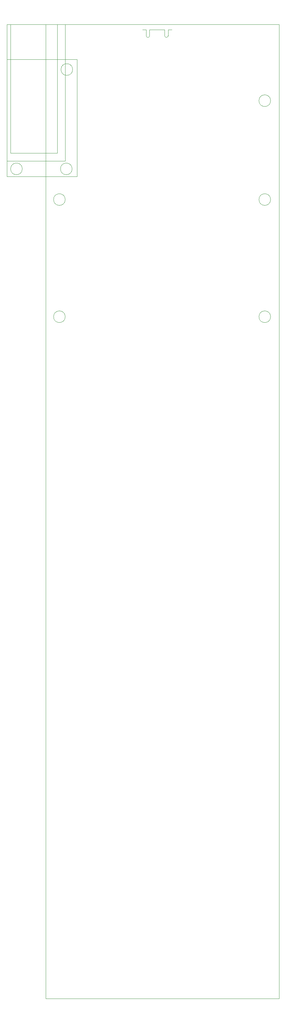
<source format=gbr>
%TF.GenerationSoftware,KiCad,Pcbnew,(6.0.1-0)*%
%TF.CreationDate,2022-01-31T22:43:00-05:00*%
%TF.ProjectId,Podoboard_0.3,506f646f-626f-4617-9264-5f302e332e6b,rev?*%
%TF.SameCoordinates,Original*%
%TF.FileFunction,Profile,NP*%
%FSLAX46Y46*%
G04 Gerber Fmt 4.6, Leading zero omitted, Abs format (unit mm)*
G04 Created by KiCad (PCBNEW (6.0.1-0)) date 2022-01-31 22:43:00*
%MOMM*%
%LPD*%
G01*
G04 APERTURE LIST*
%TA.AperFunction,Profile*%
%ADD10C,0.100000*%
%TD*%
G04 APERTURE END LIST*
D10*
X81383000Y-58420000D02*
G75*
G03*
X81383000Y-58420000I-1500000J0D01*
G01*
X81383000Y-88495000D02*
G75*
G03*
X81383000Y-88495000I-1500000J0D01*
G01*
X28551000Y-88495000D02*
G75*
G03*
X28551000Y-88495000I-1500000J0D01*
G01*
X28551000Y-58420000D02*
G75*
G03*
X28551000Y-58420000I-1500000J0D01*
G01*
X13583000Y-22486000D02*
X31583000Y-22486000D01*
X31583000Y-22486000D02*
X31583000Y-52486000D01*
X31583000Y-52486000D02*
X13583000Y-52486000D01*
X13583000Y-52486000D02*
X13583000Y-22486000D01*
X30329000Y-50546000D02*
G75*
G03*
X30329000Y-50546000I-1500000J0D01*
G01*
X81383000Y-33044000D02*
G75*
G03*
X81383000Y-33044000I-1500000J0D01*
G01*
X23566000Y-13454000D02*
X83566000Y-13454000D01*
X83566000Y-13454000D02*
X83566000Y-263454000D01*
X83566000Y-263454000D02*
X23566000Y-263454000D01*
X23566000Y-263454000D02*
X23566000Y-13454000D01*
X30456000Y-25043000D02*
G75*
G03*
X30456000Y-25043000I-1500000J0D01*
G01*
X14481000Y-13486000D02*
X26481000Y-13486000D01*
X26481000Y-13486000D02*
X26481000Y-46486000D01*
X26481000Y-46486000D02*
X14481000Y-46486000D01*
X14481000Y-46486000D02*
X14481000Y-13486000D01*
X13575000Y-13486000D02*
X28575000Y-13486000D01*
X28575000Y-13486000D02*
X28575000Y-48486000D01*
X28575000Y-48486000D02*
X13575000Y-48486000D01*
X13575000Y-48486000D02*
X13575000Y-13486000D01*
X17502000Y-50546000D02*
G75*
G03*
X17502000Y-50546000I-1500000J0D01*
G01*
%TO.C,J8*%
X54147000Y-14828000D02*
X50247000Y-14828000D01*
X54147000Y-16403000D02*
X54147000Y-14828000D01*
X54997000Y-16403000D02*
X54997000Y-14828000D01*
X49397000Y-16403000D02*
X49397000Y-14828000D01*
X49397000Y-14828000D02*
X48447000Y-14828000D01*
X50247000Y-16403000D02*
X50247000Y-14828000D01*
X55947000Y-14828000D02*
X54997000Y-14828000D01*
X49397000Y-16403000D02*
G75*
G03*
X50247000Y-16403000I425000J0D01*
G01*
X54147000Y-16403000D02*
G75*
G03*
X54997000Y-16403000I425000J0D01*
G01*
%TD*%
M02*

</source>
